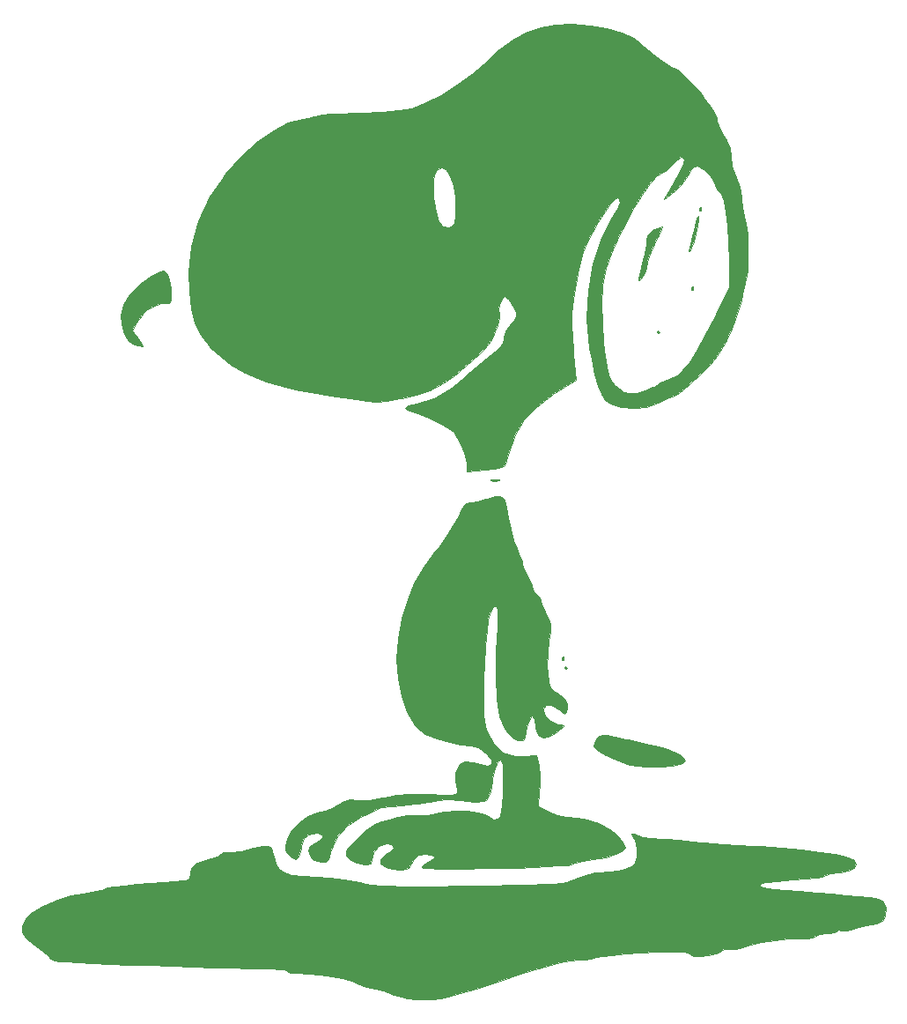
<source format=gbr>
%TF.GenerationSoftware,KiCad,Pcbnew,5.1.7-a382d34a8~88~ubuntu20.04.1*%
%TF.CreationDate,2021-01-15T03:17:28-08:00*%
%TF.ProjectId,snoopy-sao,736e6f6f-7079-42d7-9361-6f2e6b696361,rev?*%
%TF.SameCoordinates,Original*%
%TF.FileFunction,Soldermask,Top*%
%TF.FilePolarity,Negative*%
%FSLAX46Y46*%
G04 Gerber Fmt 4.6, Leading zero omitted, Abs format (unit mm)*
G04 Created by KiCad (PCBNEW 5.1.7-a382d34a8~88~ubuntu20.04.1) date 2021-01-15 03:17:28*
%MOMM*%
%LPD*%
G01*
G04 APERTURE LIST*
%ADD10C,0.010000*%
G04 APERTURE END LIST*
D10*
%TO.C,H1*%
G36*
X118861448Y-136767364D02*
G01*
X119278900Y-136958567D01*
X119727057Y-137080590D01*
X120536997Y-137199582D01*
X121562775Y-137295930D01*
X121992702Y-137323291D01*
X123229314Y-137400897D01*
X124468680Y-137494825D01*
X125481399Y-137587356D01*
X125654000Y-137606106D01*
X126410298Y-137677459D01*
X127541802Y-137765992D01*
X128916417Y-137862174D01*
X130402051Y-137956473D01*
X130988000Y-137990968D01*
X133078283Y-138134942D01*
X135015355Y-138314140D01*
X136732747Y-138519157D01*
X138163989Y-138740588D01*
X139242614Y-138969031D01*
X139902151Y-139195081D01*
X140017650Y-139268499D01*
X140234359Y-139664318D01*
X140032185Y-140050890D01*
X139496681Y-140358914D01*
X138713403Y-140519085D01*
X138462799Y-140528000D01*
X137778804Y-140584015D01*
X137350288Y-140724654D01*
X137292502Y-140791491D01*
X137014927Y-140909963D01*
X136317538Y-141027792D01*
X135288407Y-141133410D01*
X134096336Y-141211268D01*
X132634091Y-141304650D01*
X131649901Y-141415665D01*
X131113991Y-141548731D01*
X130988000Y-141672506D01*
X131009896Y-141770397D01*
X131112569Y-141853734D01*
X131351492Y-141929547D01*
X131782141Y-142004864D01*
X132459990Y-142086715D01*
X133440515Y-142182131D01*
X134779189Y-142298141D01*
X136531488Y-142441775D01*
X137973000Y-142557640D01*
X139293736Y-142668506D01*
X140499768Y-142778954D01*
X141463831Y-142876724D01*
X142058660Y-142949556D01*
X142086184Y-142953890D01*
X142801045Y-143250529D01*
X143110682Y-143848130D01*
X143038707Y-144685517D01*
X142853484Y-145101410D01*
X142466432Y-145337067D01*
X141726940Y-145482268D01*
X141694946Y-145486535D01*
X140849932Y-145640258D01*
X140136882Y-145839936D01*
X139958189Y-145913405D01*
X139301387Y-146074884D01*
X138878689Y-146046768D01*
X138464873Y-146027647D01*
X138354000Y-146139779D01*
X138128605Y-146283960D01*
X137565560Y-146364139D01*
X137338000Y-146370000D01*
X136701733Y-146423158D01*
X136347881Y-146555952D01*
X136322000Y-146609644D01*
X136091716Y-146734181D01*
X135494464Y-146812651D01*
X134837428Y-146828239D01*
X133740784Y-146869508D01*
X132472644Y-147002769D01*
X131200838Y-147201583D01*
X130093191Y-147439511D01*
X129317532Y-147690115D01*
X129291824Y-147701873D01*
X128589247Y-147863522D01*
X128135377Y-147844904D01*
X127555535Y-147870072D01*
X127247735Y-148033998D01*
X126769599Y-148305921D01*
X126040096Y-148489417D01*
X125249485Y-148564312D01*
X124588021Y-148510433D01*
X124270459Y-148349687D01*
X124096733Y-148224161D01*
X123755450Y-148144142D01*
X123177663Y-148108024D01*
X122294426Y-148114202D01*
X121036792Y-148161072D01*
X119494500Y-148238502D01*
X118045352Y-148327517D01*
X116789594Y-148426554D01*
X115807827Y-148527453D01*
X115180657Y-148622055D01*
X114986000Y-148694882D01*
X114755754Y-148810382D01*
X114159484Y-148888276D01*
X113525500Y-148909530D01*
X112749351Y-148962500D01*
X111799317Y-149135492D01*
X110592185Y-149448938D01*
X109044741Y-149923268D01*
X108001000Y-150265951D01*
X105773397Y-151005106D01*
X103958038Y-151591511D01*
X102487218Y-152038895D01*
X101293235Y-152360988D01*
X100308386Y-152571522D01*
X99464966Y-152684226D01*
X98695275Y-152712830D01*
X97931607Y-152671065D01*
X97106261Y-152572661D01*
X96825000Y-152532467D01*
X96195578Y-152393327D01*
X95809000Y-152232155D01*
X95439187Y-152079576D01*
X94737772Y-151875708D01*
X94031000Y-151704690D01*
X93153003Y-151474001D01*
X92444570Y-151224318D01*
X92126000Y-151054998D01*
X91699351Y-150880714D01*
X90897962Y-150690490D01*
X89853783Y-150504840D01*
X88698763Y-150344275D01*
X87564853Y-150229311D01*
X86584004Y-150180459D01*
X86497612Y-150180000D01*
X85876344Y-150131368D01*
X85541047Y-150010451D01*
X85522000Y-149968980D01*
X85292854Y-149850612D01*
X84704279Y-149772850D01*
X84188500Y-149755306D01*
X83197137Y-149744748D01*
X81859361Y-149717855D01*
X80242972Y-149677053D01*
X78415772Y-149624764D01*
X76445559Y-149563413D01*
X74400136Y-149495424D01*
X72347302Y-149423219D01*
X70354858Y-149349224D01*
X68490605Y-149275862D01*
X66822343Y-149205556D01*
X65417872Y-149140731D01*
X64344994Y-149083810D01*
X63671508Y-149037217D01*
X63487500Y-149015262D01*
X62927794Y-148853428D01*
X62664853Y-148684047D01*
X62662000Y-148668662D01*
X62471643Y-148440651D01*
X61973081Y-148015370D01*
X61288903Y-147495737D01*
X60446429Y-146807492D01*
X60033831Y-146224775D01*
X60016765Y-145646804D01*
X60360889Y-144972793D01*
X60406613Y-144906531D01*
X61042080Y-144308896D01*
X62052500Y-143709805D01*
X63308209Y-143166320D01*
X64679541Y-142735500D01*
X65890577Y-142493282D01*
X66838621Y-142344332D01*
X67574727Y-142194199D01*
X67967821Y-142070563D01*
X67996000Y-142048692D01*
X68270079Y-141977976D01*
X68945411Y-141877236D01*
X69916898Y-141757357D01*
X71079442Y-141629224D01*
X72327946Y-141503721D01*
X73557312Y-141391733D01*
X74662443Y-141304144D01*
X75538241Y-141251839D01*
X75765654Y-141244014D01*
X76154416Y-141124519D01*
X76195207Y-140705883D01*
X76184834Y-140648032D01*
X76305967Y-140045814D01*
X76888984Y-139549438D01*
X77893412Y-139189272D01*
X78219500Y-139121522D01*
X78830415Y-138950058D01*
X79155656Y-138742179D01*
X79172000Y-138692107D01*
X79373323Y-138540596D01*
X79673902Y-138568001D01*
X80246533Y-138593081D01*
X81004521Y-138484767D01*
X81134402Y-138453738D01*
X82342395Y-138146846D01*
X83149191Y-137971788D01*
X83647359Y-137940985D01*
X83929468Y-138066857D01*
X84088085Y-138361822D01*
X84215780Y-138838302D01*
X84223281Y-138868176D01*
X84456696Y-139623858D01*
X84771542Y-140156970D01*
X85255706Y-140511491D01*
X85997079Y-140731398D01*
X87083548Y-140860672D01*
X88348376Y-140932335D01*
X89663915Y-141018259D01*
X90934557Y-141149225D01*
X91990073Y-141305262D01*
X92521271Y-141421919D01*
X93076403Y-141557944D01*
X93708507Y-141666003D01*
X94470643Y-141747471D01*
X95415874Y-141803725D01*
X96597260Y-141836142D01*
X98067865Y-141846099D01*
X99880748Y-141834971D01*
X102088973Y-141804137D01*
X104745600Y-141754972D01*
X105090953Y-141748029D01*
X107218151Y-141702816D01*
X108900337Y-141659653D01*
X110200448Y-141613326D01*
X111181422Y-141558624D01*
X111906195Y-141490334D01*
X112437703Y-141403243D01*
X112838884Y-141292140D01*
X113172673Y-141151811D01*
X113342192Y-141064656D01*
X114232896Y-140715054D01*
X115174544Y-140526697D01*
X115363238Y-140516938D01*
X116653268Y-140427865D01*
X117777196Y-140210178D01*
X118612702Y-139894814D01*
X118985618Y-139600746D01*
X119180170Y-138997956D01*
X119162566Y-138184760D01*
X118955580Y-137401160D01*
X118742169Y-137035500D01*
X118608545Y-136761400D01*
X118861448Y-136767364D01*
G37*
X118861448Y-136767364D02*
X119278900Y-136958567D01*
X119727057Y-137080590D01*
X120536997Y-137199582D01*
X121562775Y-137295930D01*
X121992702Y-137323291D01*
X123229314Y-137400897D01*
X124468680Y-137494825D01*
X125481399Y-137587356D01*
X125654000Y-137606106D01*
X126410298Y-137677459D01*
X127541802Y-137765992D01*
X128916417Y-137862174D01*
X130402051Y-137956473D01*
X130988000Y-137990968D01*
X133078283Y-138134942D01*
X135015355Y-138314140D01*
X136732747Y-138519157D01*
X138163989Y-138740588D01*
X139242614Y-138969031D01*
X139902151Y-139195081D01*
X140017650Y-139268499D01*
X140234359Y-139664318D01*
X140032185Y-140050890D01*
X139496681Y-140358914D01*
X138713403Y-140519085D01*
X138462799Y-140528000D01*
X137778804Y-140584015D01*
X137350288Y-140724654D01*
X137292502Y-140791491D01*
X137014927Y-140909963D01*
X136317538Y-141027792D01*
X135288407Y-141133410D01*
X134096336Y-141211268D01*
X132634091Y-141304650D01*
X131649901Y-141415665D01*
X131113991Y-141548731D01*
X130988000Y-141672506D01*
X131009896Y-141770397D01*
X131112569Y-141853734D01*
X131351492Y-141929547D01*
X131782141Y-142004864D01*
X132459990Y-142086715D01*
X133440515Y-142182131D01*
X134779189Y-142298141D01*
X136531488Y-142441775D01*
X137973000Y-142557640D01*
X139293736Y-142668506D01*
X140499768Y-142778954D01*
X141463831Y-142876724D01*
X142058660Y-142949556D01*
X142086184Y-142953890D01*
X142801045Y-143250529D01*
X143110682Y-143848130D01*
X143038707Y-144685517D01*
X142853484Y-145101410D01*
X142466432Y-145337067D01*
X141726940Y-145482268D01*
X141694946Y-145486535D01*
X140849932Y-145640258D01*
X140136882Y-145839936D01*
X139958189Y-145913405D01*
X139301387Y-146074884D01*
X138878689Y-146046768D01*
X138464873Y-146027647D01*
X138354000Y-146139779D01*
X138128605Y-146283960D01*
X137565560Y-146364139D01*
X137338000Y-146370000D01*
X136701733Y-146423158D01*
X136347881Y-146555952D01*
X136322000Y-146609644D01*
X136091716Y-146734181D01*
X135494464Y-146812651D01*
X134837428Y-146828239D01*
X133740784Y-146869508D01*
X132472644Y-147002769D01*
X131200838Y-147201583D01*
X130093191Y-147439511D01*
X129317532Y-147690115D01*
X129291824Y-147701873D01*
X128589247Y-147863522D01*
X128135377Y-147844904D01*
X127555535Y-147870072D01*
X127247735Y-148033998D01*
X126769599Y-148305921D01*
X126040096Y-148489417D01*
X125249485Y-148564312D01*
X124588021Y-148510433D01*
X124270459Y-148349687D01*
X124096733Y-148224161D01*
X123755450Y-148144142D01*
X123177663Y-148108024D01*
X122294426Y-148114202D01*
X121036792Y-148161072D01*
X119494500Y-148238502D01*
X118045352Y-148327517D01*
X116789594Y-148426554D01*
X115807827Y-148527453D01*
X115180657Y-148622055D01*
X114986000Y-148694882D01*
X114755754Y-148810382D01*
X114159484Y-148888276D01*
X113525500Y-148909530D01*
X112749351Y-148962500D01*
X111799317Y-149135492D01*
X110592185Y-149448938D01*
X109044741Y-149923268D01*
X108001000Y-150265951D01*
X105773397Y-151005106D01*
X103958038Y-151591511D01*
X102487218Y-152038895D01*
X101293235Y-152360988D01*
X100308386Y-152571522D01*
X99464966Y-152684226D01*
X98695275Y-152712830D01*
X97931607Y-152671065D01*
X97106261Y-152572661D01*
X96825000Y-152532467D01*
X96195578Y-152393327D01*
X95809000Y-152232155D01*
X95439187Y-152079576D01*
X94737772Y-151875708D01*
X94031000Y-151704690D01*
X93153003Y-151474001D01*
X92444570Y-151224318D01*
X92126000Y-151054998D01*
X91699351Y-150880714D01*
X90897962Y-150690490D01*
X89853783Y-150504840D01*
X88698763Y-150344275D01*
X87564853Y-150229311D01*
X86584004Y-150180459D01*
X86497612Y-150180000D01*
X85876344Y-150131368D01*
X85541047Y-150010451D01*
X85522000Y-149968980D01*
X85292854Y-149850612D01*
X84704279Y-149772850D01*
X84188500Y-149755306D01*
X83197137Y-149744748D01*
X81859361Y-149717855D01*
X80242972Y-149677053D01*
X78415772Y-149624764D01*
X76445559Y-149563413D01*
X74400136Y-149495424D01*
X72347302Y-149423219D01*
X70354858Y-149349224D01*
X68490605Y-149275862D01*
X66822343Y-149205556D01*
X65417872Y-149140731D01*
X64344994Y-149083810D01*
X63671508Y-149037217D01*
X63487500Y-149015262D01*
X62927794Y-148853428D01*
X62664853Y-148684047D01*
X62662000Y-148668662D01*
X62471643Y-148440651D01*
X61973081Y-148015370D01*
X61288903Y-147495737D01*
X60446429Y-146807492D01*
X60033831Y-146224775D01*
X60016765Y-145646804D01*
X60360889Y-144972793D01*
X60406613Y-144906531D01*
X61042080Y-144308896D01*
X62052500Y-143709805D01*
X63308209Y-143166320D01*
X64679541Y-142735500D01*
X65890577Y-142493282D01*
X66838621Y-142344332D01*
X67574727Y-142194199D01*
X67967821Y-142070563D01*
X67996000Y-142048692D01*
X68270079Y-141977976D01*
X68945411Y-141877236D01*
X69916898Y-141757357D01*
X71079442Y-141629224D01*
X72327946Y-141503721D01*
X73557312Y-141391733D01*
X74662443Y-141304144D01*
X75538241Y-141251839D01*
X75765654Y-141244014D01*
X76154416Y-141124519D01*
X76195207Y-140705883D01*
X76184834Y-140648032D01*
X76305967Y-140045814D01*
X76888984Y-139549438D01*
X77893412Y-139189272D01*
X78219500Y-139121522D01*
X78830415Y-138950058D01*
X79155656Y-138742179D01*
X79172000Y-138692107D01*
X79373323Y-138540596D01*
X79673902Y-138568001D01*
X80246533Y-138593081D01*
X81004521Y-138484767D01*
X81134402Y-138453738D01*
X82342395Y-138146846D01*
X83149191Y-137971788D01*
X83647359Y-137940985D01*
X83929468Y-138066857D01*
X84088085Y-138361822D01*
X84215780Y-138838302D01*
X84223281Y-138868176D01*
X84456696Y-139623858D01*
X84771542Y-140156970D01*
X85255706Y-140511491D01*
X85997079Y-140731398D01*
X87083548Y-140860672D01*
X88348376Y-140932335D01*
X89663915Y-141018259D01*
X90934557Y-141149225D01*
X91990073Y-141305262D01*
X92521271Y-141421919D01*
X93076403Y-141557944D01*
X93708507Y-141666003D01*
X94470643Y-141747471D01*
X95415874Y-141803725D01*
X96597260Y-141836142D01*
X98067865Y-141846099D01*
X99880748Y-141834971D01*
X102088973Y-141804137D01*
X104745600Y-141754972D01*
X105090953Y-141748029D01*
X107218151Y-141702816D01*
X108900337Y-141659653D01*
X110200448Y-141613326D01*
X111181422Y-141558624D01*
X111906195Y-141490334D01*
X112437703Y-141403243D01*
X112838884Y-141292140D01*
X113172673Y-141151811D01*
X113342192Y-141064656D01*
X114232896Y-140715054D01*
X115174544Y-140526697D01*
X115363238Y-140516938D01*
X116653268Y-140427865D01*
X117777196Y-140210178D01*
X118612702Y-139894814D01*
X118985618Y-139600746D01*
X119180170Y-138997956D01*
X119162566Y-138184760D01*
X118955580Y-137401160D01*
X118742169Y-137035500D01*
X118608545Y-136761400D01*
X118861448Y-136767364D01*
G36*
X106057810Y-104339094D02*
G01*
X106407876Y-104703908D01*
X106645684Y-105472290D01*
X106793168Y-106361674D01*
X107003297Y-107479656D01*
X107295105Y-108566252D01*
X107593305Y-109357856D01*
X107909556Y-110069970D01*
X108101416Y-110615443D01*
X108128000Y-110764114D01*
X108240751Y-111163486D01*
X108522392Y-111794034D01*
X108636000Y-112013659D01*
X108954896Y-112682083D01*
X109131511Y-113194924D01*
X109144000Y-113290710D01*
X109348417Y-113660646D01*
X109525000Y-113766146D01*
X109862837Y-114102114D01*
X109906000Y-114295091D01*
X110024524Y-114742145D01*
X110321796Y-115405694D01*
X110458612Y-115661074D01*
X110756658Y-116251052D01*
X110883184Y-116762782D01*
X110858302Y-117393420D01*
X110721246Y-118235657D01*
X110585111Y-119397062D01*
X110550838Y-120646848D01*
X110588414Y-121318947D01*
X110707269Y-122186171D01*
X110890243Y-122714015D01*
X111222325Y-123070671D01*
X111595780Y-123312536D01*
X112201925Y-123780076D01*
X112432027Y-124315111D01*
X112446000Y-124551089D01*
X112392071Y-125112733D01*
X112184211Y-125243131D01*
X111753308Y-124957014D01*
X111522794Y-124747865D01*
X110955366Y-124402590D01*
X110460202Y-124400475D01*
X110180568Y-124725627D01*
X110160000Y-124899028D01*
X110373907Y-125449519D01*
X110889747Y-125963972D01*
X111518694Y-126275124D01*
X111747500Y-126305261D01*
X112084770Y-126330356D01*
X112086550Y-126464088D01*
X111725443Y-126797414D01*
X111557000Y-126937718D01*
X110828726Y-127376306D01*
X110160000Y-127507957D01*
X109713262Y-127374638D01*
X109504358Y-126986841D01*
X109443390Y-126558000D01*
X109308709Y-125776657D01*
X109109481Y-125466920D01*
X108873963Y-125641300D01*
X108657763Y-126210047D01*
X108481821Y-126917422D01*
X108388078Y-127437798D01*
X108383416Y-127510500D01*
X108188269Y-127768983D01*
X107728121Y-127788883D01*
X107185850Y-127571338D01*
X107087533Y-127502421D01*
X106431440Y-126716040D01*
X105958857Y-125492927D01*
X105668404Y-123823971D01*
X105558704Y-121700059D01*
X105628378Y-119112080D01*
X105684996Y-118230662D01*
X105776650Y-116767729D01*
X105802477Y-115758822D01*
X105756339Y-115153488D01*
X105632097Y-114901272D01*
X105423615Y-114951719D01*
X105299396Y-115061003D01*
X105066964Y-115458432D01*
X104875221Y-116170449D01*
X104718501Y-117240648D01*
X104591136Y-118712623D01*
X104487459Y-120629969D01*
X104448647Y-121605000D01*
X104397920Y-123191318D01*
X104382843Y-124370571D01*
X104409444Y-125242829D01*
X104483749Y-125908163D01*
X104611787Y-126466642D01*
X104769923Y-126939000D01*
X105420692Y-128161414D01*
X106316709Y-128942546D01*
X107479856Y-129297371D01*
X108243352Y-129316133D01*
X109507258Y-129249050D01*
X109724174Y-130253025D01*
X109820448Y-131097445D01*
X109825779Y-132139658D01*
X109785172Y-132706536D01*
X109629255Y-134156072D01*
X110646508Y-134675036D01*
X111501526Y-135006362D01*
X112361081Y-135184315D01*
X112550488Y-135194000D01*
X114095180Y-135347427D01*
X115525282Y-135772780D01*
X116696193Y-136417666D01*
X117208500Y-136881718D01*
X117690517Y-137481211D01*
X117987898Y-137952031D01*
X118034000Y-138095314D01*
X117795655Y-138423117D01*
X117141540Y-138746666D01*
X116163032Y-139032304D01*
X114951508Y-139246374D01*
X114886688Y-139254566D01*
X113961869Y-139398408D01*
X113188370Y-139570001D01*
X112801653Y-139702924D01*
X112422028Y-139779624D01*
X111636512Y-139852782D01*
X110523038Y-139920816D01*
X109159541Y-139982146D01*
X107623954Y-140035192D01*
X105994211Y-140078373D01*
X104348248Y-140110109D01*
X102763997Y-140128818D01*
X101319394Y-140132920D01*
X100092372Y-140120835D01*
X99160865Y-140090982D01*
X98602808Y-140041780D01*
X98476000Y-139993464D01*
X98681523Y-139724640D01*
X99111000Y-139465783D01*
X99638750Y-139141223D01*
X99671543Y-138897508D01*
X99219922Y-138765126D01*
X98863522Y-138750000D01*
X98186515Y-138841504D01*
X97762441Y-139210148D01*
X97587000Y-139512000D01*
X97192305Y-140061368D01*
X96658692Y-140250961D01*
X96373977Y-140257899D01*
X95595874Y-140173330D01*
X94983500Y-140012084D01*
X94501572Y-139665376D01*
X94503291Y-139234361D01*
X94979011Y-138756087D01*
X95371614Y-138521280D01*
X95772104Y-138175646D01*
X95701730Y-137883305D01*
X95196051Y-137737505D01*
X95071376Y-137734000D01*
X94376148Y-137959476D01*
X93847774Y-138521826D01*
X93650000Y-139214500D01*
X93536438Y-139625256D01*
X93104288Y-139757867D01*
X92951500Y-139760352D01*
X92223174Y-139598762D01*
X91651339Y-139292009D01*
X91248410Y-138894315D01*
X91232986Y-138516070D01*
X91328893Y-138307597D01*
X91764363Y-137730331D01*
X92455932Y-137046882D01*
X93258509Y-136377619D01*
X94027006Y-135842910D01*
X94616331Y-135563124D01*
X94644833Y-135556658D01*
X95346171Y-135390682D01*
X96164365Y-135167977D01*
X96224702Y-135150293D01*
X97143357Y-134992259D01*
X98085745Y-134987263D01*
X98111959Y-134990187D01*
X99038343Y-134977976D01*
X99951719Y-134793575D01*
X99982257Y-134783057D01*
X100762910Y-134621455D01*
X101763550Y-134567186D01*
X102836733Y-134608823D01*
X103835011Y-134734943D01*
X104610939Y-134934118D01*
X105001623Y-135172010D01*
X105352420Y-135434961D01*
X105763623Y-135294099D01*
X105988961Y-135074114D01*
X106137503Y-134676675D01*
X106229916Y-133999108D01*
X106286867Y-132938741D01*
X106296619Y-132646153D01*
X106314083Y-131564542D01*
X106299142Y-130651833D01*
X106255360Y-130044259D01*
X106224792Y-129900080D01*
X106011684Y-129650476D01*
X105767892Y-129860129D01*
X105517450Y-130483253D01*
X105284391Y-131474060D01*
X105227258Y-131800539D01*
X105054869Y-132724635D01*
X104876708Y-133266136D01*
X104632339Y-133547498D01*
X104299040Y-133681346D01*
X103688337Y-133733324D01*
X102815827Y-133680724D01*
X102209995Y-133593517D01*
X100949564Y-133459343D01*
X99930633Y-133582584D01*
X99813050Y-133615396D01*
X99108527Y-133762279D01*
X98087264Y-133900796D01*
X96940258Y-134006282D01*
X96634363Y-134025868D01*
X95458035Y-134117214D01*
X94588364Y-134267570D01*
X93824023Y-134531642D01*
X92963686Y-134964134D01*
X92754328Y-135080160D01*
X91331000Y-136020966D01*
X90367647Y-137012847D01*
X89816254Y-138110607D01*
X89706122Y-138559500D01*
X89539848Y-139189624D01*
X89267849Y-139458475D01*
X88804668Y-139512000D01*
X88106975Y-139328831D01*
X87816936Y-139020698D01*
X87583274Y-138413773D01*
X87727911Y-137997107D01*
X88306989Y-137611666D01*
X88316000Y-137607000D01*
X88906829Y-137213779D01*
X89038190Y-136910924D01*
X88706937Y-136742278D01*
X88379500Y-136721889D01*
X87600523Y-136833400D01*
X87140771Y-137223738D01*
X86898291Y-137992855D01*
X86866296Y-138205393D01*
X86677423Y-138960135D01*
X86366563Y-139226043D01*
X85914137Y-139011852D01*
X85648055Y-138748956D01*
X85368085Y-138357839D01*
X85327452Y-137937739D01*
X85506737Y-137272286D01*
X85513640Y-137251330D01*
X85961749Y-136454579D01*
X86695987Y-135683746D01*
X87561732Y-135063586D01*
X88404363Y-134718852D01*
X88693146Y-134686000D01*
X89280215Y-134545656D01*
X90015529Y-134193670D01*
X90273220Y-134031797D01*
X91010573Y-133610829D01*
X91672168Y-133481807D01*
X92295454Y-133536204D01*
X93402955Y-133549924D01*
X94748290Y-133328086D01*
X94962454Y-133274593D01*
X96068660Y-133051606D01*
X97307526Y-132946520D01*
X98841612Y-132947699D01*
X99304529Y-132963801D01*
X100506641Y-133007204D01*
X101284872Y-133013633D01*
X101722750Y-132970588D01*
X101903805Y-132865567D01*
X101911563Y-132686069D01*
X101880945Y-132578209D01*
X101674900Y-131688797D01*
X101725342Y-130948537D01*
X101840257Y-130558500D01*
X102126832Y-130071331D01*
X102609974Y-129872392D01*
X103386148Y-129942218D01*
X104055433Y-130111543D01*
X104837238Y-130241064D01*
X105205925Y-130085002D01*
X105143470Y-129671626D01*
X104700604Y-129099674D01*
X103900239Y-128493402D01*
X103180843Y-128336000D01*
X102255168Y-128239904D01*
X101096938Y-127990786D01*
X99924532Y-127647397D01*
X98956326Y-127268491D01*
X98686299Y-127126781D01*
X97791332Y-126323566D01*
X97064689Y-125121294D01*
X96523148Y-123605776D01*
X96183484Y-121862825D01*
X96062475Y-119978250D01*
X96176896Y-118037863D01*
X96539125Y-116144000D01*
X97101303Y-114270041D01*
X97739692Y-112712635D01*
X98549597Y-111288323D01*
X99626324Y-109813643D01*
X100178741Y-109137874D01*
X100892130Y-108174483D01*
X101572834Y-107075792D01*
X101918272Y-106407374D01*
X102330909Y-105586141D01*
X102672805Y-105144189D01*
X103035118Y-104979290D01*
X103201778Y-104968000D01*
X103854022Y-104869385D01*
X104636967Y-104627531D01*
X104748067Y-104582867D01*
X105527276Y-104318523D01*
X106057810Y-104339094D01*
G37*
X106057810Y-104339094D02*
X106407876Y-104703908D01*
X106645684Y-105472290D01*
X106793168Y-106361674D01*
X107003297Y-107479656D01*
X107295105Y-108566252D01*
X107593305Y-109357856D01*
X107909556Y-110069970D01*
X108101416Y-110615443D01*
X108128000Y-110764114D01*
X108240751Y-111163486D01*
X108522392Y-111794034D01*
X108636000Y-112013659D01*
X108954896Y-112682083D01*
X109131511Y-113194924D01*
X109144000Y-113290710D01*
X109348417Y-113660646D01*
X109525000Y-113766146D01*
X109862837Y-114102114D01*
X109906000Y-114295091D01*
X110024524Y-114742145D01*
X110321796Y-115405694D01*
X110458612Y-115661074D01*
X110756658Y-116251052D01*
X110883184Y-116762782D01*
X110858302Y-117393420D01*
X110721246Y-118235657D01*
X110585111Y-119397062D01*
X110550838Y-120646848D01*
X110588414Y-121318947D01*
X110707269Y-122186171D01*
X110890243Y-122714015D01*
X111222325Y-123070671D01*
X111595780Y-123312536D01*
X112201925Y-123780076D01*
X112432027Y-124315111D01*
X112446000Y-124551089D01*
X112392071Y-125112733D01*
X112184211Y-125243131D01*
X111753308Y-124957014D01*
X111522794Y-124747865D01*
X110955366Y-124402590D01*
X110460202Y-124400475D01*
X110180568Y-124725627D01*
X110160000Y-124899028D01*
X110373907Y-125449519D01*
X110889747Y-125963972D01*
X111518694Y-126275124D01*
X111747500Y-126305261D01*
X112084770Y-126330356D01*
X112086550Y-126464088D01*
X111725443Y-126797414D01*
X111557000Y-126937718D01*
X110828726Y-127376306D01*
X110160000Y-127507957D01*
X109713262Y-127374638D01*
X109504358Y-126986841D01*
X109443390Y-126558000D01*
X109308709Y-125776657D01*
X109109481Y-125466920D01*
X108873963Y-125641300D01*
X108657763Y-126210047D01*
X108481821Y-126917422D01*
X108388078Y-127437798D01*
X108383416Y-127510500D01*
X108188269Y-127768983D01*
X107728121Y-127788883D01*
X107185850Y-127571338D01*
X107087533Y-127502421D01*
X106431440Y-126716040D01*
X105958857Y-125492927D01*
X105668404Y-123823971D01*
X105558704Y-121700059D01*
X105628378Y-119112080D01*
X105684996Y-118230662D01*
X105776650Y-116767729D01*
X105802477Y-115758822D01*
X105756339Y-115153488D01*
X105632097Y-114901272D01*
X105423615Y-114951719D01*
X105299396Y-115061003D01*
X105066964Y-115458432D01*
X104875221Y-116170449D01*
X104718501Y-117240648D01*
X104591136Y-118712623D01*
X104487459Y-120629969D01*
X104448647Y-121605000D01*
X104397920Y-123191318D01*
X104382843Y-124370571D01*
X104409444Y-125242829D01*
X104483749Y-125908163D01*
X104611787Y-126466642D01*
X104769923Y-126939000D01*
X105420692Y-128161414D01*
X106316709Y-128942546D01*
X107479856Y-129297371D01*
X108243352Y-129316133D01*
X109507258Y-129249050D01*
X109724174Y-130253025D01*
X109820448Y-131097445D01*
X109825779Y-132139658D01*
X109785172Y-132706536D01*
X109629255Y-134156072D01*
X110646508Y-134675036D01*
X111501526Y-135006362D01*
X112361081Y-135184315D01*
X112550488Y-135194000D01*
X114095180Y-135347427D01*
X115525282Y-135772780D01*
X116696193Y-136417666D01*
X117208500Y-136881718D01*
X117690517Y-137481211D01*
X117987898Y-137952031D01*
X118034000Y-138095314D01*
X117795655Y-138423117D01*
X117141540Y-138746666D01*
X116163032Y-139032304D01*
X114951508Y-139246374D01*
X114886688Y-139254566D01*
X113961869Y-139398408D01*
X113188370Y-139570001D01*
X112801653Y-139702924D01*
X112422028Y-139779624D01*
X111636512Y-139852782D01*
X110523038Y-139920816D01*
X109159541Y-139982146D01*
X107623954Y-140035192D01*
X105994211Y-140078373D01*
X104348248Y-140110109D01*
X102763997Y-140128818D01*
X101319394Y-140132920D01*
X100092372Y-140120835D01*
X99160865Y-140090982D01*
X98602808Y-140041780D01*
X98476000Y-139993464D01*
X98681523Y-139724640D01*
X99111000Y-139465783D01*
X99638750Y-139141223D01*
X99671543Y-138897508D01*
X99219922Y-138765126D01*
X98863522Y-138750000D01*
X98186515Y-138841504D01*
X97762441Y-139210148D01*
X97587000Y-139512000D01*
X97192305Y-140061368D01*
X96658692Y-140250961D01*
X96373977Y-140257899D01*
X95595874Y-140173330D01*
X94983500Y-140012084D01*
X94501572Y-139665376D01*
X94503291Y-139234361D01*
X94979011Y-138756087D01*
X95371614Y-138521280D01*
X95772104Y-138175646D01*
X95701730Y-137883305D01*
X95196051Y-137737505D01*
X95071376Y-137734000D01*
X94376148Y-137959476D01*
X93847774Y-138521826D01*
X93650000Y-139214500D01*
X93536438Y-139625256D01*
X93104288Y-139757867D01*
X92951500Y-139760352D01*
X92223174Y-139598762D01*
X91651339Y-139292009D01*
X91248410Y-138894315D01*
X91232986Y-138516070D01*
X91328893Y-138307597D01*
X91764363Y-137730331D01*
X92455932Y-137046882D01*
X93258509Y-136377619D01*
X94027006Y-135842910D01*
X94616331Y-135563124D01*
X94644833Y-135556658D01*
X95346171Y-135390682D01*
X96164365Y-135167977D01*
X96224702Y-135150293D01*
X97143357Y-134992259D01*
X98085745Y-134987263D01*
X98111959Y-134990187D01*
X99038343Y-134977976D01*
X99951719Y-134793575D01*
X99982257Y-134783057D01*
X100762910Y-134621455D01*
X101763550Y-134567186D01*
X102836733Y-134608823D01*
X103835011Y-134734943D01*
X104610939Y-134934118D01*
X105001623Y-135172010D01*
X105352420Y-135434961D01*
X105763623Y-135294099D01*
X105988961Y-135074114D01*
X106137503Y-134676675D01*
X106229916Y-133999108D01*
X106286867Y-132938741D01*
X106296619Y-132646153D01*
X106314083Y-131564542D01*
X106299142Y-130651833D01*
X106255360Y-130044259D01*
X106224792Y-129900080D01*
X106011684Y-129650476D01*
X105767892Y-129860129D01*
X105517450Y-130483253D01*
X105284391Y-131474060D01*
X105227258Y-131800539D01*
X105054869Y-132724635D01*
X104876708Y-133266136D01*
X104632339Y-133547498D01*
X104299040Y-133681346D01*
X103688337Y-133733324D01*
X102815827Y-133680724D01*
X102209995Y-133593517D01*
X100949564Y-133459343D01*
X99930633Y-133582584D01*
X99813050Y-133615396D01*
X99108527Y-133762279D01*
X98087264Y-133900796D01*
X96940258Y-134006282D01*
X96634363Y-134025868D01*
X95458035Y-134117214D01*
X94588364Y-134267570D01*
X93824023Y-134531642D01*
X92963686Y-134964134D01*
X92754328Y-135080160D01*
X91331000Y-136020966D01*
X90367647Y-137012847D01*
X89816254Y-138110607D01*
X89706122Y-138559500D01*
X89539848Y-139189624D01*
X89267849Y-139458475D01*
X88804668Y-139512000D01*
X88106975Y-139328831D01*
X87816936Y-139020698D01*
X87583274Y-138413773D01*
X87727911Y-137997107D01*
X88306989Y-137611666D01*
X88316000Y-137607000D01*
X88906829Y-137213779D01*
X89038190Y-136910924D01*
X88706937Y-136742278D01*
X88379500Y-136721889D01*
X87600523Y-136833400D01*
X87140771Y-137223738D01*
X86898291Y-137992855D01*
X86866296Y-138205393D01*
X86677423Y-138960135D01*
X86366563Y-139226043D01*
X85914137Y-139011852D01*
X85648055Y-138748956D01*
X85368085Y-138357839D01*
X85327452Y-137937739D01*
X85506737Y-137272286D01*
X85513640Y-137251330D01*
X85961749Y-136454579D01*
X86695987Y-135683746D01*
X87561732Y-135063586D01*
X88404363Y-134718852D01*
X88693146Y-134686000D01*
X89280215Y-134545656D01*
X90015529Y-134193670D01*
X90273220Y-134031797D01*
X91010573Y-133610829D01*
X91672168Y-133481807D01*
X92295454Y-133536204D01*
X93402955Y-133549924D01*
X94748290Y-133328086D01*
X94962454Y-133274593D01*
X96068660Y-133051606D01*
X97307526Y-132946520D01*
X98841612Y-132947699D01*
X99304529Y-132963801D01*
X100506641Y-133007204D01*
X101284872Y-133013633D01*
X101722750Y-132970588D01*
X101903805Y-132865567D01*
X101911563Y-132686069D01*
X101880945Y-132578209D01*
X101674900Y-131688797D01*
X101725342Y-130948537D01*
X101840257Y-130558500D01*
X102126832Y-130071331D01*
X102609974Y-129872392D01*
X103386148Y-129942218D01*
X104055433Y-130111543D01*
X104837238Y-130241064D01*
X105205925Y-130085002D01*
X105143470Y-129671626D01*
X104700604Y-129099674D01*
X103900239Y-128493402D01*
X103180843Y-128336000D01*
X102255168Y-128239904D01*
X101096938Y-127990786D01*
X99924532Y-127647397D01*
X98956326Y-127268491D01*
X98686299Y-127126781D01*
X97791332Y-126323566D01*
X97064689Y-125121294D01*
X96523148Y-123605776D01*
X96183484Y-121862825D01*
X96062475Y-119978250D01*
X96176896Y-118037863D01*
X96539125Y-116144000D01*
X97101303Y-114270041D01*
X97739692Y-112712635D01*
X98549597Y-111288323D01*
X99626324Y-109813643D01*
X100178741Y-109137874D01*
X100892130Y-108174483D01*
X101572834Y-107075792D01*
X101918272Y-106407374D01*
X102330909Y-105586141D01*
X102672805Y-105144189D01*
X103035118Y-104979290D01*
X103201778Y-104968000D01*
X103854022Y-104869385D01*
X104636967Y-104627531D01*
X104748067Y-104582867D01*
X105527276Y-104318523D01*
X106057810Y-104339094D01*
G36*
X116288471Y-127312576D02*
G01*
X116994899Y-127435849D01*
X118071419Y-127673007D01*
X118356992Y-127738505D01*
X120013115Y-128124235D01*
X121245764Y-128426313D01*
X122128097Y-128667949D01*
X122733274Y-128872348D01*
X123134454Y-129062719D01*
X123404797Y-129262270D01*
X123515807Y-129374991D01*
X123779243Y-129724966D01*
X123666246Y-129931183D01*
X123257986Y-130107541D01*
X122492592Y-130268785D01*
X121413866Y-130339284D01*
X120207595Y-130322868D01*
X119059569Y-130223366D01*
X118155573Y-130044609D01*
X118020112Y-129999575D01*
X116967472Y-129568371D01*
X116044370Y-129111845D01*
X115356181Y-128689464D01*
X115008279Y-128360693D01*
X114986000Y-128287337D01*
X115142715Y-127879491D01*
X115372492Y-127567930D01*
X115578993Y-127384431D01*
X115850411Y-127297375D01*
X116288471Y-127312576D01*
G37*
X116288471Y-127312576D02*
X116994899Y-127435849D01*
X118071419Y-127673007D01*
X118356992Y-127738505D01*
X120013115Y-128124235D01*
X121245764Y-128426313D01*
X122128097Y-128667949D01*
X122733274Y-128872348D01*
X123134454Y-129062719D01*
X123404797Y-129262270D01*
X123515807Y-129374991D01*
X123779243Y-129724966D01*
X123666246Y-129931183D01*
X123257986Y-130107541D01*
X122492592Y-130268785D01*
X121413866Y-130339284D01*
X120207595Y-130322868D01*
X119059569Y-130223366D01*
X118155573Y-130044609D01*
X118020112Y-129999575D01*
X116967472Y-129568371D01*
X116044370Y-129111845D01*
X115356181Y-128689464D01*
X115008279Y-128360693D01*
X114986000Y-128287337D01*
X115142715Y-127879491D01*
X115372492Y-127567930D01*
X115578993Y-127384431D01*
X115850411Y-127297375D01*
X116288471Y-127312576D01*
G36*
X112446000Y-120843000D02*
G01*
X112319000Y-120970000D01*
X112192000Y-120843000D01*
X112319000Y-120716000D01*
X112446000Y-120843000D01*
G37*
X112446000Y-120843000D02*
X112319000Y-120970000D01*
X112192000Y-120843000D01*
X112319000Y-120716000D01*
X112446000Y-120843000D01*
G36*
X112107333Y-119784666D02*
G01*
X112137732Y-120086105D01*
X112107333Y-120123333D01*
X111956330Y-120088466D01*
X111938000Y-119954000D01*
X112030934Y-119744929D01*
X112107333Y-119784666D01*
G37*
X112107333Y-119784666D02*
X112137732Y-120086105D01*
X112107333Y-120123333D01*
X111956330Y-120088466D01*
X111938000Y-119954000D01*
X112030934Y-119744929D01*
X112107333Y-119784666D01*
G36*
X105910334Y-102769392D02*
G01*
X105918777Y-102852776D01*
X105521151Y-102886831D01*
X105461000Y-102886483D01*
X105067057Y-102849857D01*
X105104662Y-102772549D01*
X105148334Y-102759980D01*
X105701624Y-102722795D01*
X105910334Y-102769392D01*
G37*
X105910334Y-102769392D02*
X105918777Y-102852776D01*
X105521151Y-102886831D01*
X105461000Y-102886483D01*
X105067057Y-102849857D01*
X105104662Y-102772549D01*
X105148334Y-102759980D01*
X105701624Y-102722795D01*
X105910334Y-102769392D01*
G36*
X114643530Y-59093433D02*
G01*
X116286461Y-59371325D01*
X117742280Y-59797058D01*
X118909913Y-60340018D01*
X119688282Y-60969589D01*
X119764689Y-61068861D01*
X120077880Y-61369475D01*
X120656443Y-61825348D01*
X121366514Y-62341999D01*
X122074235Y-62824948D01*
X122645742Y-63179714D01*
X122942805Y-63312000D01*
X123196933Y-63480268D01*
X123672601Y-63905199D01*
X124250276Y-64466982D01*
X124810422Y-65045807D01*
X125233507Y-65521862D01*
X125400000Y-65774884D01*
X125569125Y-66100972D01*
X125979293Y-66561359D01*
X126010106Y-66590613D01*
X126464778Y-67210451D01*
X126830924Y-68032628D01*
X126891799Y-68242345D01*
X127189348Y-69093674D01*
X127584634Y-69845195D01*
X127678692Y-69976019D01*
X128102438Y-70891155D01*
X128194000Y-71680682D01*
X128318281Y-72610207D01*
X128624946Y-73562826D01*
X128702000Y-73726000D01*
X129032915Y-74619792D01*
X129203666Y-75559979D01*
X129210000Y-75731345D01*
X129286766Y-76597182D01*
X129474497Y-77380123D01*
X129503602Y-77455964D01*
X129672146Y-78146705D01*
X129791322Y-79175707D01*
X129855046Y-80375079D01*
X129857238Y-81576931D01*
X129791814Y-82613370D01*
X129708938Y-83124000D01*
X129539235Y-83876041D01*
X129325567Y-84863299D01*
X129183900Y-85537000D01*
X128829145Y-86825448D01*
X128303353Y-88226006D01*
X127685690Y-89556524D01*
X127055319Y-90634855D01*
X126843067Y-90923066D01*
X126155276Y-91713952D01*
X125334761Y-92557727D01*
X124473649Y-93371468D01*
X123664065Y-94072251D01*
X122998131Y-94577149D01*
X122567975Y-94803239D01*
X122527121Y-94808000D01*
X121993755Y-94937659D01*
X121309199Y-95257798D01*
X121169244Y-95340570D01*
X120120951Y-95756106D01*
X118868286Y-95916767D01*
X117621680Y-95817756D01*
X116591561Y-95454275D01*
X116576266Y-95445260D01*
X116105453Y-95077810D01*
X115719098Y-94547343D01*
X115389607Y-93779499D01*
X115089387Y-92699917D01*
X114790846Y-91234237D01*
X114596147Y-90109000D01*
X114339536Y-87353142D01*
X114405193Y-85853373D01*
X115780608Y-85853373D01*
X115840207Y-87681910D01*
X115963951Y-89501017D01*
X116096837Y-90889329D01*
X116256507Y-91923978D01*
X116460604Y-92682100D01*
X116726772Y-93240826D01*
X117072654Y-93677290D01*
X117250271Y-93846577D01*
X117848837Y-94315320D01*
X118371127Y-94481186D01*
X119076827Y-94422340D01*
X119132337Y-94413089D01*
X119971033Y-94196159D01*
X120698532Y-93887635D01*
X120804480Y-93823382D01*
X121452750Y-93464599D01*
X122273386Y-93095893D01*
X122460809Y-93022847D01*
X123015927Y-92724169D01*
X123582000Y-92216084D01*
X124193885Y-91448300D01*
X124886436Y-90370522D01*
X125694509Y-88932458D01*
X126652959Y-87083813D01*
X126854074Y-86683736D01*
X128060413Y-84274473D01*
X128036054Y-81730736D01*
X127983824Y-79975460D01*
X127868920Y-78377400D01*
X127702085Y-77014346D01*
X127494060Y-75964089D01*
X127255587Y-75304421D01*
X127126542Y-75144065D01*
X126779284Y-74693805D01*
X126593851Y-74224757D01*
X126284760Y-73645210D01*
X125737230Y-73069028D01*
X125647805Y-72999582D01*
X124951626Y-72637521D01*
X124446371Y-72743398D01*
X124102401Y-73327535D01*
X124035224Y-73561038D01*
X123759049Y-74048348D01*
X123215253Y-74651549D01*
X122845551Y-74977069D01*
X121800496Y-75816898D01*
X122241438Y-74961949D01*
X122672370Y-74177953D01*
X123185475Y-73310786D01*
X123300802Y-73125311D01*
X123670685Y-72447738D01*
X123731541Y-72033980D01*
X123622721Y-71855311D01*
X123342207Y-71773621D01*
X122946525Y-72049593D01*
X122579439Y-72453197D01*
X122035917Y-72991467D01*
X121543006Y-73307549D01*
X121394719Y-73342197D01*
X120972251Y-73575993D01*
X120380773Y-74255190D01*
X119638306Y-75352870D01*
X118762873Y-76842118D01*
X117772497Y-78696018D01*
X117651223Y-78933000D01*
X116783009Y-80787229D01*
X116206267Y-82440671D01*
X115884349Y-84070371D01*
X115780608Y-85853373D01*
X114405193Y-85853373D01*
X114460001Y-84601453D01*
X114939799Y-81957362D01*
X115761185Y-79524301D01*
X116728988Y-77676771D01*
X117266938Y-76755940D01*
X117496875Y-76147095D01*
X117440011Y-75775341D01*
X117302999Y-75650158D01*
X117064491Y-75778073D01*
X116645018Y-76252992D01*
X116110230Y-76977796D01*
X115525774Y-77855366D01*
X114957297Y-78788582D01*
X114470449Y-79680324D01*
X114221394Y-80209078D01*
X113895026Y-81170565D01*
X113568379Y-82470931D01*
X113273656Y-83942097D01*
X113043060Y-85415981D01*
X112908792Y-86724503D01*
X112889313Y-87161902D01*
X112900117Y-87951460D01*
X112950218Y-89053709D01*
X113030031Y-90275696D01*
X113067222Y-90744000D01*
X113269871Y-93157000D01*
X111143435Y-94557026D01*
X109531443Y-95761012D01*
X108342432Y-97004649D01*
X107495300Y-98390544D01*
X106954666Y-99856518D01*
X106708507Y-100657784D01*
X106493520Y-101249876D01*
X106385378Y-101462215D01*
X106067184Y-101575858D01*
X105389855Y-101702870D01*
X104508500Y-101814791D01*
X102794000Y-101990152D01*
X102794000Y-101246782D01*
X102649922Y-100463461D01*
X102279977Y-99504265D01*
X101777599Y-98588430D01*
X101497910Y-98205564D01*
X100994185Y-97796318D01*
X100158071Y-97311256D01*
X99141615Y-96827489D01*
X98096863Y-96422133D01*
X97785817Y-96322894D01*
X97080626Y-96061076D01*
X96875663Y-95839141D01*
X97173497Y-95646127D01*
X97976694Y-95471074D01*
X97985679Y-95469634D01*
X99662364Y-94952467D01*
X101340204Y-93944662D01*
X102258577Y-93181545D01*
X103156967Y-92388463D01*
X104166962Y-91538714D01*
X104699000Y-91109612D01*
X105513884Y-90453056D01*
X106003859Y-89998685D01*
X106251009Y-89644683D01*
X106337422Y-89289232D01*
X106346110Y-89066589D01*
X106515288Y-88527024D01*
X106923678Y-87915639D01*
X106985000Y-87847003D01*
X107404131Y-87392732D01*
X107568887Y-87091532D01*
X107508667Y-86735635D01*
X107252869Y-86117270D01*
X107235591Y-86076019D01*
X106903307Y-85488047D01*
X106556477Y-85172860D01*
X106478430Y-85156000D01*
X106155211Y-85374650D01*
X105925859Y-85890134D01*
X105862553Y-86491745D01*
X105922765Y-86778106D01*
X105912178Y-87196225D01*
X105742441Y-87903370D01*
X105543145Y-88493174D01*
X105238257Y-89180504D01*
X104837274Y-89798883D01*
X104251130Y-90455167D01*
X103390760Y-91256213D01*
X102841522Y-91734432D01*
X101500013Y-92834756D01*
X100347188Y-93631538D01*
X99233196Y-94199993D01*
X98008189Y-94615337D01*
X96522314Y-94952787D01*
X96372289Y-94981599D01*
X95103921Y-95186647D01*
X94102956Y-95246457D01*
X93152272Y-95168419D01*
X92761000Y-95104512D01*
X91585579Y-94915654D01*
X90305045Y-94742209D01*
X89713000Y-94674945D01*
X88327933Y-94474944D01*
X86697403Y-94151014D01*
X85025354Y-93750687D01*
X83515733Y-93321500D01*
X82684105Y-93036688D01*
X81442366Y-92460551D01*
X80149481Y-91689124D01*
X78978099Y-90837160D01*
X78100867Y-90019414D01*
X78042125Y-89951276D01*
X77233457Y-88837243D01*
X76662661Y-87651322D01*
X76299524Y-86284693D01*
X76113833Y-84628533D01*
X76073149Y-82859417D01*
X76323161Y-80424368D01*
X77021533Y-77968281D01*
X78123171Y-75590809D01*
X79164047Y-74022726D01*
X99553975Y-74022726D01*
X99565365Y-74872834D01*
X99619461Y-75631000D01*
X99801288Y-77001430D01*
X100092072Y-77911017D01*
X100512570Y-78399204D01*
X101083534Y-78505431D01*
X101128985Y-78499681D01*
X101426360Y-78390395D01*
X101597488Y-78089082D01*
X101687305Y-77474403D01*
X101721029Y-76901000D01*
X101696126Y-75637765D01*
X101522295Y-74525830D01*
X101232367Y-73631603D01*
X100859176Y-73021494D01*
X100435556Y-72761910D01*
X99994338Y-72919262D01*
X99837334Y-73091000D01*
X99641078Y-73470215D01*
X99553975Y-74022726D01*
X79164047Y-74022726D01*
X79582979Y-73391604D01*
X81132782Y-71678421D01*
X82769221Y-70232480D01*
X84248053Y-69183322D01*
X85655174Y-68481890D01*
X87076476Y-68079129D01*
X87568692Y-68002711D01*
X88197786Y-67884047D01*
X88582600Y-67749212D01*
X88915425Y-67688500D01*
X89659377Y-67627571D01*
X90717618Y-67572131D01*
X91993310Y-67527884D01*
X92577152Y-67513875D01*
X94668170Y-67434619D01*
X96296349Y-67291509D01*
X97503316Y-67080501D01*
X97768521Y-67009564D01*
X98954360Y-66538922D01*
X100360021Y-65789130D01*
X101850732Y-64844807D01*
X103291719Y-63790569D01*
X104413081Y-62837772D01*
X105977807Y-61460321D01*
X107344775Y-60441712D01*
X108620330Y-59733860D01*
X109910819Y-59288686D01*
X111322585Y-59058107D01*
X112914565Y-58994000D01*
X114643530Y-59093433D01*
G37*
X114643530Y-59093433D02*
X116286461Y-59371325D01*
X117742280Y-59797058D01*
X118909913Y-60340018D01*
X119688282Y-60969589D01*
X119764689Y-61068861D01*
X120077880Y-61369475D01*
X120656443Y-61825348D01*
X121366514Y-62341999D01*
X122074235Y-62824948D01*
X122645742Y-63179714D01*
X122942805Y-63312000D01*
X123196933Y-63480268D01*
X123672601Y-63905199D01*
X124250276Y-64466982D01*
X124810422Y-65045807D01*
X125233507Y-65521862D01*
X125400000Y-65774884D01*
X125569125Y-66100972D01*
X125979293Y-66561359D01*
X126010106Y-66590613D01*
X126464778Y-67210451D01*
X126830924Y-68032628D01*
X126891799Y-68242345D01*
X127189348Y-69093674D01*
X127584634Y-69845195D01*
X127678692Y-69976019D01*
X128102438Y-70891155D01*
X128194000Y-71680682D01*
X128318281Y-72610207D01*
X128624946Y-73562826D01*
X128702000Y-73726000D01*
X129032915Y-74619792D01*
X129203666Y-75559979D01*
X129210000Y-75731345D01*
X129286766Y-76597182D01*
X129474497Y-77380123D01*
X129503602Y-77455964D01*
X129672146Y-78146705D01*
X129791322Y-79175707D01*
X129855046Y-80375079D01*
X129857238Y-81576931D01*
X129791814Y-82613370D01*
X129708938Y-83124000D01*
X129539235Y-83876041D01*
X129325567Y-84863299D01*
X129183900Y-85537000D01*
X128829145Y-86825448D01*
X128303353Y-88226006D01*
X127685690Y-89556524D01*
X127055319Y-90634855D01*
X126843067Y-90923066D01*
X126155276Y-91713952D01*
X125334761Y-92557727D01*
X124473649Y-93371468D01*
X123664065Y-94072251D01*
X122998131Y-94577149D01*
X122567975Y-94803239D01*
X122527121Y-94808000D01*
X121993755Y-94937659D01*
X121309199Y-95257798D01*
X121169244Y-95340570D01*
X120120951Y-95756106D01*
X118868286Y-95916767D01*
X117621680Y-95817756D01*
X116591561Y-95454275D01*
X116576266Y-95445260D01*
X116105453Y-95077810D01*
X115719098Y-94547343D01*
X115389607Y-93779499D01*
X115089387Y-92699917D01*
X114790846Y-91234237D01*
X114596147Y-90109000D01*
X114339536Y-87353142D01*
X114405193Y-85853373D01*
X115780608Y-85853373D01*
X115840207Y-87681910D01*
X115963951Y-89501017D01*
X116096837Y-90889329D01*
X116256507Y-91923978D01*
X116460604Y-92682100D01*
X116726772Y-93240826D01*
X117072654Y-93677290D01*
X117250271Y-93846577D01*
X117848837Y-94315320D01*
X118371127Y-94481186D01*
X119076827Y-94422340D01*
X119132337Y-94413089D01*
X119971033Y-94196159D01*
X120698532Y-93887635D01*
X120804480Y-93823382D01*
X121452750Y-93464599D01*
X122273386Y-93095893D01*
X122460809Y-93022847D01*
X123015927Y-92724169D01*
X123582000Y-92216084D01*
X124193885Y-91448300D01*
X124886436Y-90370522D01*
X125694509Y-88932458D01*
X126652959Y-87083813D01*
X126854074Y-86683736D01*
X128060413Y-84274473D01*
X128036054Y-81730736D01*
X127983824Y-79975460D01*
X127868920Y-78377400D01*
X127702085Y-77014346D01*
X127494060Y-75964089D01*
X127255587Y-75304421D01*
X127126542Y-75144065D01*
X126779284Y-74693805D01*
X126593851Y-74224757D01*
X126284760Y-73645210D01*
X125737230Y-73069028D01*
X125647805Y-72999582D01*
X124951626Y-72637521D01*
X124446371Y-72743398D01*
X124102401Y-73327535D01*
X124035224Y-73561038D01*
X123759049Y-74048348D01*
X123215253Y-74651549D01*
X122845551Y-74977069D01*
X121800496Y-75816898D01*
X122241438Y-74961949D01*
X122672370Y-74177953D01*
X123185475Y-73310786D01*
X123300802Y-73125311D01*
X123670685Y-72447738D01*
X123731541Y-72033980D01*
X123622721Y-71855311D01*
X123342207Y-71773621D01*
X122946525Y-72049593D01*
X122579439Y-72453197D01*
X122035917Y-72991467D01*
X121543006Y-73307549D01*
X121394719Y-73342197D01*
X120972251Y-73575993D01*
X120380773Y-74255190D01*
X119638306Y-75352870D01*
X118762873Y-76842118D01*
X117772497Y-78696018D01*
X117651223Y-78933000D01*
X116783009Y-80787229D01*
X116206267Y-82440671D01*
X115884349Y-84070371D01*
X115780608Y-85853373D01*
X114405193Y-85853373D01*
X114460001Y-84601453D01*
X114939799Y-81957362D01*
X115761185Y-79524301D01*
X116728988Y-77676771D01*
X117266938Y-76755940D01*
X117496875Y-76147095D01*
X117440011Y-75775341D01*
X117302999Y-75650158D01*
X117064491Y-75778073D01*
X116645018Y-76252992D01*
X116110230Y-76977796D01*
X115525774Y-77855366D01*
X114957297Y-78788582D01*
X114470449Y-79680324D01*
X114221394Y-80209078D01*
X113895026Y-81170565D01*
X113568379Y-82470931D01*
X113273656Y-83942097D01*
X113043060Y-85415981D01*
X112908792Y-86724503D01*
X112889313Y-87161902D01*
X112900117Y-87951460D01*
X112950218Y-89053709D01*
X113030031Y-90275696D01*
X113067222Y-90744000D01*
X113269871Y-93157000D01*
X111143435Y-94557026D01*
X109531443Y-95761012D01*
X108342432Y-97004649D01*
X107495300Y-98390544D01*
X106954666Y-99856518D01*
X106708507Y-100657784D01*
X106493520Y-101249876D01*
X106385378Y-101462215D01*
X106067184Y-101575858D01*
X105389855Y-101702870D01*
X104508500Y-101814791D01*
X102794000Y-101990152D01*
X102794000Y-101246782D01*
X102649922Y-100463461D01*
X102279977Y-99504265D01*
X101777599Y-98588430D01*
X101497910Y-98205564D01*
X100994185Y-97796318D01*
X100158071Y-97311256D01*
X99141615Y-96827489D01*
X98096863Y-96422133D01*
X97785817Y-96322894D01*
X97080626Y-96061076D01*
X96875663Y-95839141D01*
X97173497Y-95646127D01*
X97976694Y-95471074D01*
X97985679Y-95469634D01*
X99662364Y-94952467D01*
X101340204Y-93944662D01*
X102258577Y-93181545D01*
X103156967Y-92388463D01*
X104166962Y-91538714D01*
X104699000Y-91109612D01*
X105513884Y-90453056D01*
X106003859Y-89998685D01*
X106251009Y-89644683D01*
X106337422Y-89289232D01*
X106346110Y-89066589D01*
X106515288Y-88527024D01*
X106923678Y-87915639D01*
X106985000Y-87847003D01*
X107404131Y-87392732D01*
X107568887Y-87091532D01*
X107508667Y-86735635D01*
X107252869Y-86117270D01*
X107235591Y-86076019D01*
X106903307Y-85488047D01*
X106556477Y-85172860D01*
X106478430Y-85156000D01*
X106155211Y-85374650D01*
X105925859Y-85890134D01*
X105862553Y-86491745D01*
X105922765Y-86778106D01*
X105912178Y-87196225D01*
X105742441Y-87903370D01*
X105543145Y-88493174D01*
X105238257Y-89180504D01*
X104837274Y-89798883D01*
X104251130Y-90455167D01*
X103390760Y-91256213D01*
X102841522Y-91734432D01*
X101500013Y-92834756D01*
X100347188Y-93631538D01*
X99233196Y-94199993D01*
X98008189Y-94615337D01*
X96522314Y-94952787D01*
X96372289Y-94981599D01*
X95103921Y-95186647D01*
X94102956Y-95246457D01*
X93152272Y-95168419D01*
X92761000Y-95104512D01*
X91585579Y-94915654D01*
X90305045Y-94742209D01*
X89713000Y-94674945D01*
X88327933Y-94474944D01*
X86697403Y-94151014D01*
X85025354Y-93750687D01*
X83515733Y-93321500D01*
X82684105Y-93036688D01*
X81442366Y-92460551D01*
X80149481Y-91689124D01*
X78978099Y-90837160D01*
X78100867Y-90019414D01*
X78042125Y-89951276D01*
X77233457Y-88837243D01*
X76662661Y-87651322D01*
X76299524Y-86284693D01*
X76113833Y-84628533D01*
X76073149Y-82859417D01*
X76323161Y-80424368D01*
X77021533Y-77968281D01*
X78123171Y-75590809D01*
X79164047Y-74022726D01*
X99553975Y-74022726D01*
X99565365Y-74872834D01*
X99619461Y-75631000D01*
X99801288Y-77001430D01*
X100092072Y-77911017D01*
X100512570Y-78399204D01*
X101083534Y-78505431D01*
X101128985Y-78499681D01*
X101426360Y-78390395D01*
X101597488Y-78089082D01*
X101687305Y-77474403D01*
X101721029Y-76901000D01*
X101696126Y-75637765D01*
X101522295Y-74525830D01*
X101232367Y-73631603D01*
X100859176Y-73021494D01*
X100435556Y-72761910D01*
X99994338Y-72919262D01*
X99837334Y-73091000D01*
X99641078Y-73470215D01*
X99553975Y-74022726D01*
X79164047Y-74022726D01*
X79582979Y-73391604D01*
X81132782Y-71678421D01*
X82769221Y-70232480D01*
X84248053Y-69183322D01*
X85655174Y-68481890D01*
X87076476Y-68079129D01*
X87568692Y-68002711D01*
X88197786Y-67884047D01*
X88582600Y-67749212D01*
X88915425Y-67688500D01*
X89659377Y-67627571D01*
X90717618Y-67572131D01*
X91993310Y-67527884D01*
X92577152Y-67513875D01*
X94668170Y-67434619D01*
X96296349Y-67291509D01*
X97503316Y-67080501D01*
X97768521Y-67009564D01*
X98954360Y-66538922D01*
X100360021Y-65789130D01*
X101850732Y-64844807D01*
X103291719Y-63790569D01*
X104413081Y-62837772D01*
X105977807Y-61460321D01*
X107344775Y-60441712D01*
X108620330Y-59733860D01*
X109910819Y-59288686D01*
X111322585Y-59058107D01*
X112914565Y-58994000D01*
X114643530Y-59093433D01*
G36*
X73808082Y-82771380D02*
G01*
X73999482Y-83001203D01*
X74206022Y-83531356D01*
X74330011Y-84327699D01*
X74346000Y-84723722D01*
X74318019Y-85469165D01*
X74210783Y-85806711D01*
X73989348Y-85834525D01*
X73954958Y-85822293D01*
X73438061Y-85814202D01*
X73002458Y-85961596D01*
X72402320Y-86261304D01*
X72060000Y-86423297D01*
X71700818Y-86745304D01*
X71281226Y-87331607D01*
X71176443Y-87512901D01*
X70673886Y-88430164D01*
X71247547Y-89206082D01*
X71564929Y-89688082D01*
X71651968Y-89937208D01*
X71623104Y-89947409D01*
X71238075Y-89876571D01*
X70831979Y-89799923D01*
X70283304Y-89456282D01*
X69846140Y-88729641D01*
X69577436Y-87742063D01*
X69520000Y-86987877D01*
X69751547Y-86007404D01*
X70398089Y-84974569D01*
X71387473Y-83981066D01*
X72496807Y-83204866D01*
X73176846Y-82822050D01*
X73566201Y-82684025D01*
X73808082Y-82771380D01*
G37*
X73808082Y-82771380D02*
X73999482Y-83001203D01*
X74206022Y-83531356D01*
X74330011Y-84327699D01*
X74346000Y-84723722D01*
X74318019Y-85469165D01*
X74210783Y-85806711D01*
X73989348Y-85834525D01*
X73954958Y-85822293D01*
X73438061Y-85814202D01*
X73002458Y-85961596D01*
X72402320Y-86261304D01*
X72060000Y-86423297D01*
X71700818Y-86745304D01*
X71281226Y-87331607D01*
X71176443Y-87512901D01*
X70673886Y-88430164D01*
X71247547Y-89206082D01*
X71564929Y-89688082D01*
X71651968Y-89937208D01*
X71623104Y-89947409D01*
X71238075Y-89876571D01*
X70831979Y-89799923D01*
X70283304Y-89456282D01*
X69846140Y-88729641D01*
X69577436Y-87742063D01*
X69520000Y-86987877D01*
X69751547Y-86007404D01*
X70398089Y-84974569D01*
X71387473Y-83981066D01*
X72496807Y-83204866D01*
X73176846Y-82822050D01*
X73566201Y-82684025D01*
X73808082Y-82771380D01*
G36*
X121336000Y-88585000D02*
G01*
X121209000Y-88712000D01*
X121082000Y-88585000D01*
X121209000Y-88458000D01*
X121336000Y-88585000D01*
G37*
X121336000Y-88585000D02*
X121209000Y-88712000D01*
X121082000Y-88585000D01*
X121209000Y-88458000D01*
X121336000Y-88585000D01*
G36*
X124553333Y-84224666D02*
G01*
X124583732Y-84526105D01*
X124553333Y-84563333D01*
X124402330Y-84528466D01*
X124384000Y-84394000D01*
X124476934Y-84184929D01*
X124553333Y-84224666D01*
G37*
X124553333Y-84224666D02*
X124583732Y-84526105D01*
X124553333Y-84563333D01*
X124402330Y-84528466D01*
X124384000Y-84394000D01*
X124476934Y-84184929D01*
X124553333Y-84224666D01*
G36*
X121590000Y-78409335D02*
G01*
X121493058Y-78658366D01*
X121237385Y-79247997D01*
X120875708Y-80056931D01*
X120828000Y-80162290D01*
X120449877Y-81057924D01*
X120177196Y-81821499D01*
X120066288Y-82294400D01*
X120066000Y-82307875D01*
X119975573Y-82701116D01*
X119765173Y-83140334D01*
X119526118Y-83483329D01*
X119349729Y-83587900D01*
X119312078Y-83481868D01*
X119376834Y-83093564D01*
X119551012Y-82409599D01*
X119682250Y-81957868D01*
X119909381Y-81049105D01*
X120045849Y-80194760D01*
X120063250Y-79904103D01*
X120176670Y-79258278D01*
X120606444Y-78837399D01*
X120828000Y-78717071D01*
X121339050Y-78480939D01*
X121585868Y-78403857D01*
X121590000Y-78409335D01*
G37*
X121590000Y-78409335D02*
X121493058Y-78658366D01*
X121237385Y-79247997D01*
X120875708Y-80056931D01*
X120828000Y-80162290D01*
X120449877Y-81057924D01*
X120177196Y-81821499D01*
X120066288Y-82294400D01*
X120066000Y-82307875D01*
X119975573Y-82701116D01*
X119765173Y-83140334D01*
X119526118Y-83483329D01*
X119349729Y-83587900D01*
X119312078Y-83481868D01*
X119376834Y-83093564D01*
X119551012Y-82409599D01*
X119682250Y-81957868D01*
X119909381Y-81049105D01*
X120045849Y-80194760D01*
X120063250Y-79904103D01*
X120176670Y-79258278D01*
X120606444Y-78837399D01*
X120828000Y-78717071D01*
X121339050Y-78480939D01*
X121585868Y-78403857D01*
X121590000Y-78409335D01*
G36*
X125102604Y-77692300D02*
G01*
X125009760Y-78317286D01*
X124842269Y-79098205D01*
X124638537Y-79870574D01*
X124436970Y-80469912D01*
X124306422Y-80711000D01*
X124144088Y-80789580D01*
X124187231Y-80584000D01*
X124312653Y-80137502D01*
X124498394Y-79383294D01*
X124646384Y-78740935D01*
X124835888Y-77984625D01*
X124997500Y-77497731D01*
X125082395Y-77387728D01*
X125102604Y-77692300D01*
G37*
X125102604Y-77692300D02*
X125009760Y-78317286D01*
X124842269Y-79098205D01*
X124638537Y-79870574D01*
X124436970Y-80469912D01*
X124306422Y-80711000D01*
X124144088Y-80789580D01*
X124187231Y-80584000D01*
X124312653Y-80137502D01*
X124498394Y-79383294D01*
X124646384Y-78740935D01*
X124835888Y-77984625D01*
X124997500Y-77497731D01*
X125082395Y-77387728D01*
X125102604Y-77692300D01*
G36*
X125315333Y-76604666D02*
G01*
X125345732Y-76906105D01*
X125315333Y-76943333D01*
X125164330Y-76908466D01*
X125146000Y-76774000D01*
X125238934Y-76564929D01*
X125315333Y-76604666D01*
G37*
X125315333Y-76604666D02*
X125345732Y-76906105D01*
X125315333Y-76943333D01*
X125164330Y-76908466D01*
X125146000Y-76774000D01*
X125238934Y-76564929D01*
X125315333Y-76604666D01*
%TD*%
M02*

</source>
